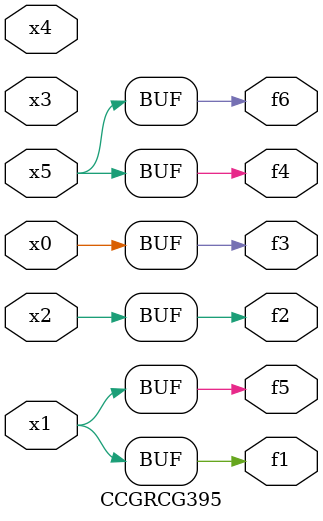
<source format=v>
module CCGRCG395(
	input x0, x1, x2, x3, x4, x5,
	output f1, f2, f3, f4, f5, f6
);
	assign f1 = x1;
	assign f2 = x2;
	assign f3 = x0;
	assign f4 = x5;
	assign f5 = x1;
	assign f6 = x5;
endmodule

</source>
